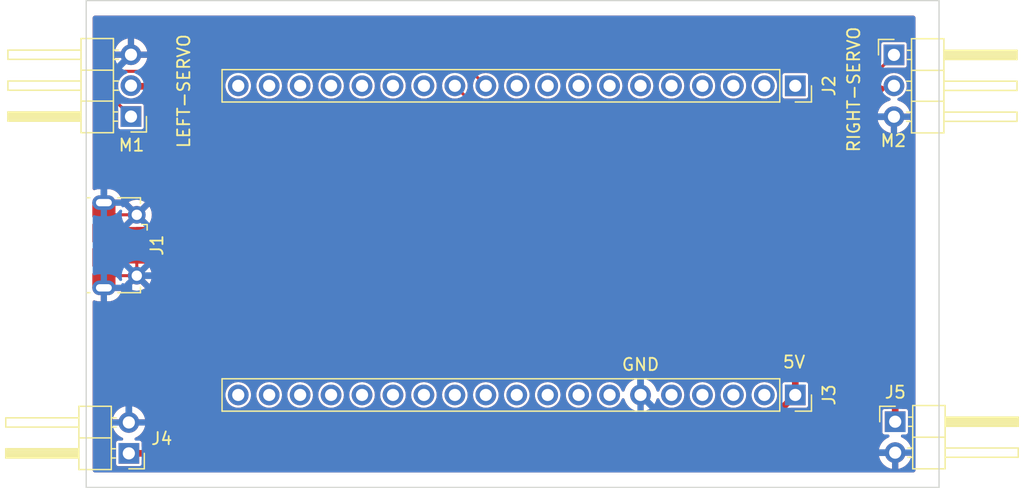
<source format=kicad_pcb>
(kicad_pcb (version 20211014) (generator pcbnew)
  (layers (0 "F.Cu" signal) (31 "B.Cu" signal) (34 "B.Paste" user) (35 "F.Paste" user) (36 "B.SilkS" user "B.Silkscreen") (37 "F.SilkS" user "F.Silkscreen") (38 "B.Mask" user) (39 "F.Mask" user) (44 "Edge.Cuts" user))
  (net 0 "")
  (net 1 "+5V")
  (net 2 "GND")
  (net 33 "/left")
  (net 34 "/right")
  (footprint "Connector_PinHeader_2.54mm:PinHeader_1x03_P2.54mm_Horizontal" (layer "F.Cu") (at 155.3 112.46)
    (fp_text reference "M2" (at -0.05 7.05) (layer "F.SilkS"))
    (fp_text value "Motor_Servo")
    (fp_line (start 4.1 -0.08) (end 10.1 -0.08) (layer "F.SilkS") (width 0.12))
    (fp_line (start 4.1 -0.2) (end 10.1 -0.2) (layer "F.SilkS") (width 0.12))
    (fp_line (start 4.1 2.16) (end 10.1 2.16) (layer "F.SilkS") (width 0.12))
    (fp_line (start 1.042929 2.16) (end 1.44 2.16) (layer "F.SilkS") (width 0.12))
    (fp_line (start 4.1 6.41) (end 4.1 -1.33) (layer "F.SilkS") (width 0.12))
    (fp_line (start -1.27 -1.27) (end 0 -1.27) (layer "F.SilkS") (width 0.12))
    (fp_line (start 4.1 -0.38) (end 10.1 -0.38) (layer "F.SilkS") (width 0.12))
    (fp_line (start 1.44 1.27) (end 4.1 1.27) (layer "F.SilkS") (width 0.12))
    (fp_line (start 1.11 -0.38) (end 1.44 -0.38) (layer "F.SilkS") (width 0.12))
    (fp_line (start 1.44 -1.33) (end 1.44 6.41) (layer "F.SilkS") (width 0.12))
    (fp_line (start 4.1 -1.33) (end 1.44 -1.33) (layer "F.SilkS") (width 0.12))
    (fp_line (start 1.44 3.81) (end 4.1 3.81) (layer "F.SilkS") (width 0.12))
    (fp_line (start 10.1 -0.38) (end 10.1 0.38) (layer "F.SilkS") (width 0.12))
    (fp_line (start 1.11 0.38) (end 1.44 0.38) (layer "F.SilkS") (width 0.12))
    (fp_line (start 4.1 -0.32) (end 10.1 -0.32) (layer "F.SilkS") (width 0.12))
    (fp_line (start 1.042929 4.7) (end 1.44 4.7) (layer "F.SilkS") (width 0.12))
    (fp_line (start -1.27 0) (end -1.27 -1.27) (layer "F.SilkS") (width 0.12))
    (fp_line (start 1.44 6.41) (end 4.1 6.41) (layer "F.SilkS") (width 0.12))
    (fp_line (start 1.042929 5.46) (end 1.44 5.46) (layer "F.SilkS") (width 0.12))
    (fp_line (start 10.1 5.46) (end 4.1 5.46) (layer "F.SilkS") (width 0.12))
    (fp_line (start 4.1 0.28) (end 10.1 0.28) (layer "F.SilkS") (width 0.12))
    (fp_line (start 10.1 4.7) (end 10.1 5.46) (layer "F.SilkS") (width 0.12))
    (fp_line (start 4.1 0.04) (end 10.1 0.04) (layer "F.SilkS") (width 0.12))
    (fp_line (start 10.1 0.38) (end 4.1 0.38) (layer "F.SilkS") (width 0.12))
    (fp_line (start 4.1 4.7) (end 10.1 4.7) (layer "F.SilkS") (width 0.12))
    (fp_line (start 4.1 0.16) (end 10.1 0.16) (layer "F.SilkS") (width 0.12))
    (fp_line (start 1.042929 2.92) (end 1.44 2.92) (layer "F.SilkS") (width 0.12))
    (fp_line (start 10.1 2.16) (end 10.1 2.92) (layer "F.SilkS") (width 0.12))
    (fp_line (start 10.1 2.92) (end 4.1 2.92) (layer "F.SilkS") (width 0.12))
    (pad "1" thru_hole rect (at 0 0) (size 1.7 1.7) (drill 1) (layers *.Cu *.Mask) (net 34 "/right"))
    (pad "2" thru_hole oval (at 0 2.54) (size 1.7 1.7) (drill 1) (layers *.Cu *.Mask) (net 1 "+5V"))
    (pad "3" thru_hole oval (at 0 5.08) (size 1.7 1.7) (drill 1) (layers *.Cu *.Mask) (net 2 "GND"))
  )
  (footprint "Connector_PinSocket_2.54mm:PinSocket_1x19_P2.54mm_Vertical" (layer "F.Cu") (at 147.2 115 -90)
    (fp_text reference "J2" (at 0 -2.77 90) (layer "F.SilkS"))
    (fp_text value "Conn_01x19_Female")
    (fp_line (start 1.33 1.27) (end 1.33 47.05) (layer "F.SilkS") (width 0.12))
    (fp_line (start -1.33 1.27) (end 1.33 1.27) (layer "F.SilkS") (width 0.12))
    (fp_line (start -1.33 1.27) (end -1.33 47.05) (layer "F.SilkS") (width 0.12))
    (fp_line (start 0 -1.33) (end 1.33 -1.33) (layer "F.SilkS") (width 0.12))
    (fp_line (start 1.33 -1.33) (end 1.33 0) (layer "F.SilkS") (width 0.12))
    (fp_line (start -1.33 47.05) (end 1.33 47.05) (layer "F.SilkS") (width 0.12))
    (pad "1" thru_hole rect (at 0 0 270) (size 1.7 1.7) (drill 1) (layers *.Cu *.Mask))
    (pad "2" thru_hole oval (at 0 2.54 270) (size 1.7 1.7) (drill 1) (layers *.Cu *.Mask))
    (pad "3" thru_hole oval (at 0 5.08 270) (size 1.7 1.7) (drill 1) (layers *.Cu *.Mask))
    (pad "4" thru_hole oval (at 0 7.62 270) (size 1.7 1.7) (drill 1) (layers *.Cu *.Mask))
    (pad "5" thru_hole oval (at 0 10.16 270) (size 1.7 1.7) (drill 1) (layers *.Cu *.Mask))
    (pad "6" thru_hole oval (at 0 12.7 270) (size 1.7 1.7) (drill 1) (layers *.Cu *.Mask))
    (pad "7" thru_hole oval (at 0 15.24 270) (size 1.7 1.7) (drill 1) (layers *.Cu *.Mask))
    (pad "8" thru_hole oval (at 0 17.78 270) (size 1.7 1.7) (drill 1) (layers *.Cu *.Mask))
    (pad "9" thru_hole oval (at 0 20.32 270) (size 1.7 1.7) (drill 1) (layers *.Cu *.Mask))
    (pad "10" thru_hole oval (at 0 22.86 270) (size 1.7 1.7) (drill 1) (layers *.Cu *.Mask))
    (pad "11" thru_hole oval (at 0 25.4 270) (size 1.7 1.7) (drill 1) (layers *.Cu *.Mask) (net 33 "/left"))
    (pad "12" thru_hole oval (at 0 27.94 270) (size 1.7 1.7) (drill 1) (layers *.Cu *.Mask) (net 34 "/right"))
    (pad "13" thru_hole oval (at 0 30.48 270) (size 1.7 1.7) (drill 1) (layers *.Cu *.Mask))
    (pad "14" thru_hole oval (at 0 33.02 270) (size 1.7 1.7) (drill 1) (layers *.Cu *.Mask))
    (pad "15" thru_hole oval (at 0 35.56 270) (size 1.7 1.7) (drill 1) (layers *.Cu *.Mask))
    (pad "16" thru_hole oval (at 0 38.1 270) (size 1.7 1.7) (drill 1) (layers *.Cu *.Mask))
    (pad "17" thru_hole oval (at 0 40.64 270) (size 1.7 1.7) (drill 1) (layers *.Cu *.Mask))
    (pad "18" thru_hole oval (at 0 43.18 270) (size 1.7 1.7) (drill 1) (layers *.Cu *.Mask))
    (pad "19" thru_hole oval (at 0 45.72 270) (size 1.7 1.7) (drill 1) (layers *.Cu *.Mask))
  )
  (footprint "Connector_PinHeader_2.54mm:PinHeader_1x02_P2.54mm_Horizontal" (layer "F.Cu") (at 92.5 145.2 180)
    (fp_text reference "J4" (at -2.7 1.21) (layer "F.SilkS"))
    (fp_text value "Conn_01x02_Female")
    (fp_line (start 4.1 3.87) (end 4.1 -1.33) (layer "F.SilkS") (width 0.12))
    (fp_line (start -1.27 0) (end -1.27 -1.27) (layer "F.SilkS") (width 0.12))
    (fp_line (start 10.1 2.92) (end 4.1 2.92) (layer "F.SilkS") (width 0.12))
    (fp_line (start 4.1 -0.32) (end 10.1 -0.32) (layer "F.SilkS") (width 0.12))
    (fp_line (start 4.1 -0.08) (end 10.1 -0.08) (layer "F.SilkS") (width 0.12))
    (fp_line (start 1.042929 2.92) (end 1.44 2.92) (layer "F.SilkS") (width 0.12))
    (fp_line (start 4.1 0.16) (end 10.1 0.16) (layer "F.SilkS") (width 0.12))
    (fp_line (start 4.1 -1.33) (end 1.44 -1.33) (layer "F.SilkS") (width 0.12))
    (fp_line (start 1.44 3.87) (end 4.1 3.87) (layer "F.SilkS") (width 0.12))
    (fp_line (start 10.1 0.38) (end 4.1 0.38) (layer "F.SilkS") (width 0.12))
    (fp_line (start 4.1 2.16) (end 10.1 2.16) (layer "F.SilkS") (width 0.12))
    (fp_line (start 4.1 0.04) (end 10.1 0.04) (layer "F.SilkS") (width 0.12))
    (fp_line (start 4.1 0.28) (end 10.1 0.28) (layer "F.SilkS") (width 0.12))
    (fp_line (start 10.1 -0.38) (end 10.1 0.38) (layer "F.SilkS") (width 0.12))
    (fp_line (start 1.11 0.38) (end 1.44 0.38) (layer "F.SilkS") (width 0.12))
    (fp_line (start 1.042929 2.16) (end 1.44 2.16) (layer "F.SilkS") (width 0.12))
    (fp_line (start 1.44 -1.33) (end 1.44 3.87) (layer "F.SilkS") (width 0.12))
    (fp_line (start 10.1 2.16) (end 10.1 2.92) (layer "F.SilkS") (width 0.12))
    (fp_line (start -1.27 -1.27) (end 0 -1.27) (layer "F.SilkS") (width 0.12))
    (fp_line (start 1.44 1.27) (end 4.1 1.27) (layer "F.SilkS") (width 0.12))
    (fp_line (start 4.1 -0.2) (end 10.1 -0.2) (layer "F.SilkS") (width 0.12))
    (fp_line (start 1.11 -0.38) (end 1.44 -0.38) (layer "F.SilkS") (width 0.12))
    (fp_line (start 4.1 -0.38) (end 10.1 -0.38) (layer "F.SilkS") (width 0.12))
    (pad "1" thru_hole rect (at 0 0 180) (size 1.7 1.7) (drill 1) (layers *.Cu *.Mask) (net 1 "+5V"))
    (pad "2" thru_hole oval (at 0 2.54 180) (size 1.7 1.7) (drill 1) (layers *.Cu *.Mask) (net 2 "GND"))
  )
  (footprint "Connector_USB:USB_Micro-B_Molex-105017-0001" (layer "F.Cu") (at 91.69 128.1 -90)
    (fp_text reference "J1" (at 0 -3.1125 90) (layer "F.SilkS"))
    (fp_text value "USB_B_Micro")
    (fp_line (start 3.9 -1.7625) (end 3.45 -1.7625) (layer "F.SilkS") (width 0.12))
    (fp_line (start -1.7 -2.3125) (end -1.7 -1.8625) (layer "F.SilkS") (width 0.12))
    (fp_line (start 3.9 2.6375) (end 3.9 2.3875) (layer "F.SilkS") (width 0.12))
    (fp_line (start -1.7 -2.3125) (end -1.25 -2.3125) (layer "F.SilkS") (width 0.12))
    (fp_line (start -3.9 0.0875) (end -3.9 -1.7625) (layer "F.SilkS") (width 0.12))
    (fp_line (start 3.9 0.0875) (end 3.9 -1.7625) (layer "F.SilkS") (width 0.12))
    (fp_line (start -3.9 2.6375) (end -3.9 2.3875) (layer "F.SilkS") (width 0.12))
    (fp_line (start -3.9 -1.7625) (end -3.45 -1.7625) (layer "F.SilkS") (width 0.12))
    (pad "1" smd rect (at -1.3 -1.4625 270) (size 0.4 1.35) (layers "F.Cu" "F.Paste" "F.Mask") (net 1 "+5V"))
    (pad "2" smd rect (at -0.65 -1.4625 270) (size 0.4 1.35) (layers "F.Cu" "F.Paste" "F.Mask") (net 2 "GND"))
    (pad "3" smd rect (at 0 -1.4625 270) (size 0.4 1.35) (layers "F.Cu" "F.Paste" "F.Mask") (net 2 "GND"))
    (pad "4" smd rect (at 0.65 -1.4625 270) (size 0.4 1.35) (layers "F.Cu" "F.Paste" "F.Mask") (net 2 "GND"))
    (pad "5" smd rect (at 1.3 -1.4625 270) (size 0.4 1.35) (layers "F.Cu" "F.Paste" "F.Mask") (net 2 "GND"))
    (pad "6" thru_hole circle (at 2.5 -1.4625 270) (size 1.45 1.45) (drill 0.85) (layers *.Cu *.Mask) (net 2 "GND"))
    (pad "6" smd rect (at -1 1.2375 270) (size 1.5 1.9) (layers "F.Cu" "F.Paste" "F.Mask") (net 2 "GND"))
    (pad "6" smd rect (at 2.9 1.2375 270) (size 1.2 1.9) (layers "F.Cu" "F.Mask") (net 2 "GND"))
    (pad "6" thru_hole oval (at 3.5 1.2375 270) (size 1.2 1.9) (drill oval 0.6 1.3) (layers *.Cu *.Mask) (net 2 "GND"))
    (pad "6" thru_hole oval (at -3.5 1.2375 90) (size 1.2 1.9) (drill oval 0.6 1.3) (layers *.Cu *.Mask) (net 2 "GND"))
    (pad "6" thru_hole circle (at -2.5 -1.4625 270) (size 1.45 1.45) (drill 0.85) (layers *.Cu *.Mask) (net 2 "GND"))
    (pad "6" smd rect (at 1 1.2375 270) (size 1.5 1.9) (layers "F.Cu" "F.Paste" "F.Mask") (net 2 "GND"))
    (pad "6" smd rect (at -2.9 1.2375 270) (size 1.2 1.9) (layers "F.Cu" "F.Mask") (net 2 "GND"))
  )
  (footprint "Connector_PinHeader_2.54mm:PinHeader_1x02_P2.54mm_Horizontal" (layer "F.Cu") (at 155.4 142.6)
    (fp_text reference "J5" (at 0.01 -2.42) (layer "F.SilkS"))
    (fp_text value "Conn_01x02_Male")
    (fp_line (start 1.042929 2.16) (end 1.44 2.16) (layer "F.SilkS") (width 0.12))
    (fp_line (start -1.27 -1.27) (end 0 -1.27) (layer "F.SilkS") (width 0.12))
    (fp_line (start 4.1 0.16) (end 10.1 0.16) (layer "F.SilkS") (width 0.12))
    (fp_line (start 1.44 3.87) (end 4.1 3.87) (layer "F.SilkS") (width 0.12))
    (fp_line (start 10.1 0.38) (end 4.1 0.38) (layer "F.SilkS") (width 0.12))
    (fp_line (start 1.11 0.38) (end 1.44 0.38) (layer "F.SilkS") (width 0.12))
    (fp_line (start 4.1 -0.08) (end 10.1 -0.08) (layer "F.SilkS") (width 0.12))
    (fp_line (start 1.042929 2.92) (end 1.44 2.92) (layer "F.SilkS") (width 0.12))
    (fp_line (start 10.1 2.92) (end 4.1 2.92) (layer "F.SilkS") (width 0.12))
    (fp_line (start 4.1 -0.32) (end 10.1 -0.32) (layer "F.SilkS") (width 0.12))
    (fp_line (start 4.1 -0.38) (end 10.1 -0.38) (layer "F.SilkS") (width 0.12))
    (fp_line (start -1.27 0) (end -1.27 -1.27) (layer "F.SilkS") (width 0.12))
    (fp_line (start 10.1 2.16) (end 10.1 2.92) (layer "F.SilkS") (width 0.12))
    (fp_line (start 4.1 -0.2) (end 10.1 -0.2) (layer "F.SilkS") (width 0.12))
    (fp_line (start 4.1 3.87) (end 4.1 -1.33) (layer "F.SilkS") (width 0.12))
    (fp_line (start 1.44 1.27) (end 4.1 1.27) (layer "F.SilkS") (width 0.12))
    (fp_line (start 4.1 0.28) (end 10.1 0.28) (layer "F.SilkS") (width 0.12))
    (fp_line (start 4.1 -1.33) (end 1.44 -1.33) (layer "F.SilkS") (width 0.12))
    (fp_line (start 1.44 -1.33) (end 1.44 3.87) (layer "F.SilkS") (width 0.12))
    (fp_line (start 4.1 0.04) (end 10.1 0.04) (layer "F.SilkS") (width 0.12))
    (fp_line (start 4.1 2.16) (end 10.1 2.16) (layer "F.SilkS") (width 0.12))
    (fp_line (start 10.1 -0.38) (end 10.1 0.38) (layer "F.SilkS") (width 0.12))
    (fp_line (start 1.11 -0.38) (end 1.44 -0.38) (layer "F.SilkS") (width 0.12))
    (pad "1" thru_hole rect (at 0 0) (size 1.7 1.7) (drill 1) (layers *.Cu *.Mask) (net 1 "+5V"))
    (pad "2" thru_hole oval (at 0 2.54) (size 1.7 1.7) (drill 1) (layers *.Cu *.Mask) (net 2 "GND"))
  )
  (footprint "Connector_PinSocket_2.54mm:PinSocket_1x19_P2.54mm_Vertical" (layer "F.Cu") (at 147.2 140.4 -90)
    (fp_text reference "J3" (at 0 -2.77 90) (layer "F.SilkS"))
    (fp_text value "Conn_01x19_Female")
    (fp_line (start 0 -1.33) (end 1.33 -1.33) (layer "F.SilkS") (width 0.12))
    (fp_line (start -1.33 1.27) (end 1.33 1.27) (layer "F.SilkS") (width 0.12))
    (fp_line (start 1.33 -1.33) (end 1.33 0) (layer "F.SilkS") (width 0.12))
    (fp_line (start -1.33 1.27) (end -1.33 47.05) (layer "F.SilkS") (width 0.12))
    (fp_line (start -1.33 47.05) (end 1.33 47.05) (layer "F.SilkS") (width 0.12))
    (fp_line (start 1.33 1.27) (end 1.33 47.05) (layer "F.SilkS") (width 0.12))
    (pad "1" thru_hole rect (at 0 0 270) (size 1.7 1.7) (drill 1) (layers *.Cu *.Mask) (net 1 "+5V"))
    (pad "2" thru_hole oval (at 0 2.54 270) (size 1.7 1.7) (drill 1) (layers *.Cu *.Mask))
    (pad "3" thru_hole oval (at 0 5.08 270) (size 1.7 1.7) (drill 1) (layers *.Cu *.Mask))
    (pad "4" thru_hole oval (at 0 7.62 270) (size 1.7 1.7) (drill 1) (layers *.Cu *.Mask))
    (pad "5" thru_hole oval (at 0 10.16 270) (size 1.7 1.7) (drill 1) (layers *.Cu *.Mask))
    (pad "6" thru_hole oval (at 0 12.7 270) (size 1.7 1.7) (drill 1) (layers *.Cu *.Mask) (net 2 "GND"))
    (pad "7" thru_hole oval (at 0 15.24 270) (size 1.7 1.7) (drill 1) (layers *.Cu *.Mask))
    (pad "8" thru_hole oval (at 0 17.78 270) (size 1.7 1.7) (drill 1) (layers *.Cu *.Mask))
    (pad "9" thru_hole oval (at 0 20.32 270) (size 1.7 1.7) (drill 1) (layers *.Cu *.Mask))
    (pad "10" thru_hole oval (at 0 22.86 270) (size 1.7 1.7) (drill 1) (layers *.Cu *.Mask))
    (pad "11" thru_hole oval (at 0 25.4 270) (size 1.7 1.7) (drill 1) (layers *.Cu *.Mask))
    (pad "12" thru_hole oval (at 0 27.94 270) (size 1.7 1.7) (drill 1) (layers *.Cu *.Mask))
    (pad "13" thru_hole oval (at 0 30.48 270) (size 1.7 1.7) (drill 1) (layers *.Cu *.Mask))
    (pad "14" thru_hole oval (at 0 33.02 270) (size 1.7 1.7) (drill 1) (layers *.Cu *.Mask))
    (pad "15" thru_hole oval (at 0 35.56 270) (size 1.7 1.7) (drill 1) (layers *.Cu *.Mask))
    (pad "16" thru_hole oval (at 0 38.1 270) (size 1.7 1.7) (drill 1) (layers *.Cu *.Mask))
    (pad "17" thru_hole oval (at 0 40.64 270) (size 1.7 1.7) (drill 1) (layers *.Cu *.Mask))
    (pad "18" thru_hole oval (at 0 43.18 270) (size 1.7 1.7) (drill 1) (layers *.Cu *.Mask))
    (pad "19" thru_hole oval (at 0 45.72 270) (size 1.7 1.7) (drill 1) (layers *.Cu *.Mask))
  )
  (footprint "Connector_PinHeader_2.54mm:PinHeader_1x03_P2.54mm_Horizontal" (layer "F.Cu") (at 92.675 117.525 180)
    (fp_text reference "M1" (at -0.045 -2.355) (layer "F.SilkS"))
    (fp_text value "Motor_Servo")
    (fp_line (start 4.1 -0.38) (end 10.1 -0.38) (layer "F.SilkS") (width 0.12))
    (fp_line (start 4.1 -0.08) (end 10.1 -0.08) (layer "F.SilkS") (width 0.12))
    (fp_line (start 1.44 -1.33) (end 1.44 6.41) (layer "F.SilkS") (width 0.12))
    (fp_line (start 10.1 2.16) (end 10.1 2.92) (layer "F.SilkS") (width 0.12))
    (fp_line (start 4.1 6.41) (end 4.1 -1.33) (layer "F.SilkS") (width 0.12))
    (fp_line (start 10.1 0.38) (end 4.1 0.38) (layer "F.SilkS") (width 0.12))
    (fp_line (start 10.1 -0.38) (end 10.1 0.38) (layer "F.SilkS") (width 0.12))
    (fp_line (start -1.27 0) (end -1.27 -1.27) (layer "F.SilkS") (width 0.12))
    (fp_line (start 1.042929 4.7) (end 1.44 4.7) (layer "F.SilkS") (width 0.12))
    (fp_line (start -1.27 -1.27) (end 0 -1.27) (layer "F.SilkS") (width 0.12))
    (fp_line (start 1.44 3.81) (end 4.1 3.81) (layer "F.SilkS") (width 0.12))
    (fp_line (start 4.1 -0.32) (end 10.1 -0.32) (layer "F.SilkS") (width 0.12))
    (fp_line (start 1.042929 2.92) (end 1.44 2.92) (layer "F.SilkS") (width 0.12))
    (fp_line (start 1.042929 5.46) (end 1.44 5.46) (layer "F.SilkS") (width 0.12))
    (fp_line (start 4.1 2.16) (end 10.1 2.16) (layer "F.SilkS") (width 0.12))
    (fp_line (start 1.042929 2.16) (end 1.44 2.16) (layer "F.SilkS") (width 0.12))
    (fp_line (start 1.11 0.38) (end 1.44 0.38) (layer "F.SilkS") (width 0.12))
    (fp_line (start 1.11 -0.38) (end 1.44 -0.38) (layer "F.SilkS") (width 0.12))
    (fp_line (start 10.1 2.92) (end 4.1 2.92) (layer "F.SilkS") (width 0.12))
    (fp_line (start 4.1 -1.33) (end 1.44 -1.33) (layer "F.SilkS") (width 0.12))
    (fp_line (start 4.1 0.16) (end 10.1 0.16) (layer "F.SilkS") (width 0.12))
    (fp_line (start 1.44 1.27) (end 4.1 1.27) (layer "F.SilkS") (width 0.12))
    (fp_line (start 4.1 -0.2) (end 10.1 -0.2) (layer "F.SilkS") (width 0.12))
    (fp_line (start 4.1 4.7) (end 10.1 4.7) (layer "F.SilkS") (width 0.12))
    (fp_line (start 10.1 5.46) (end 4.1 5.46) (layer "F.SilkS") (width 0.12))
    (fp_line (start 10.1 4.7) (end 10.1 5.46) (layer "F.SilkS") (width 0.12))
    (fp_line (start 4.1 0.04) (end 10.1 0.04) (layer "F.SilkS") (width 0.12))
    (fp_line (start 4.1 0.28) (end 10.1 0.28) (layer "F.SilkS") (width 0.12))
    (fp_line (start 1.44 6.41) (end 4.1 6.41) (layer "F.SilkS") (width 0.12))
    (pad "1" thru_hole rect (at 0 0 180) (size 1.7 1.7) (drill 1) (layers *.Cu *.Mask) (net 33 "/left"))
    (pad "2" thru_hole oval (at 0 2.54 180) (size 1.7 1.7) (drill 1) (layers *.Cu *.Mask) (net 1 "+5V"))
    (pad "3" thru_hole oval (at 0 5.08 180) (size 1.7 1.7) (drill 1) (layers *.Cu *.Mask) (net 2 "GND"))
  )
  (gr_line (start 89 108) (end 159 108) (layer "Edge.Cuts") (width 0.1))
  (gr_line (start 159 148) (end 89 148) (layer "Edge.Cuts") (width 0.1))
  (gr_line (start 89 148) (end 89 108) (layer "Edge.Cuts") (width 0.1))
  (gr_line (start 159 108) (end 159 148) (layer "Edge.Cuts") (width 0.1))
  (gr_text "GND" (at 134.5 137.9) (layer "F.SilkS") (effects (font (size 1 1))))
  (gr_text "LEFT-SERVO" (at 97.01 115.44 90) (layer "F.SilkS") (effects (font (size 1 1))))
  (gr_text "RIGHT-SERVO" (at 152 115.3 90) (layer "F.SilkS") (effects (font (size 1 1))))
  (gr_text "5V" (at 147.1 137.7) (layer "F.SilkS") (effects (font (size 1 1))))
  (segment (start 148.07 132.33) (end 147.2 133.2) (width 0.55) (layer "F.Cu") (net 1))
  (segment (start 155.4 139.66) (end 155.4 142.6) (width 0.55) (layer "F.Cu") (net 1))
  (segment (start 142.62 126.88) (end 154.25 115.25) (width 0.55) (layer "F.Cu") (net 1))
  (segment (start 98.06 115.04) (end 92.775 115.04) (width 0.55) (layer "F.Cu") (net 1))
  (segment (start 154.25 115.25) (end 155.05 115.25) (width 0.25) (layer "F.Cu") (net 1))
  (segment (start 97.95 126.8) (end 93.1525 126.8) (width 0.4) (layer "F.Cu") (net 1))
  (segment (start 142.4 145.2) (end 147.2 140.4) (width 0.55) (layer "F.Cu") (net 1))
  (segment (start 155.05 115.25) (end 155.3 115) (width 0.25) (layer "F.Cu") (net 1))
  (segment (start 142.62 126.8) (end 97.95 126.8) (width 0.4) (layer "F.Cu") (net 1))
  (segment (start 98.1 115) (end 98.06 115.04) (width 0.25) (layer "F.Cu") (net 1))
  (segment (start 148.07 132.33) (end 155.4 139.66) (width 0.55) (layer "F.Cu") (net 1))
  (segment (start 92.5 145.2) (end 142.4 145.2) (width 0.55) (layer "F.Cu") (net 1))
  (segment (start 147.2 133.2) (end 147.2 140.4) (width 0.55) (layer "F.Cu") (net 1))
  (segment (start 142.62 126.88) (end 148.07 132.33) (width 0.55) (layer "F.Cu") (net 1))
  (segment (start 98.1 126.8) (end 98.1 115) (width 0.55) (layer "F.Cu") (net 1))
  (segment (start 90.4525 125.2) (end 90.4525 131) (width 0.25) (layer "F.Cu") (net 2))
  (segment (start 93.1525 130.6) (end 90.8525 130.6) (width 0.25) (layer "F.Cu") (net 2))
  (segment (start 90.8525 125.6) (end 90.4525 125.2) (width 0.25) (layer "F.Cu") (net 2))
  (segment (start 90.8525 130.6) (end 90.4525 131) (width 0.25) (layer "F.Cu") (net 2))
  (segment (start 93.1525 127.45) (end 93.1525 130.6) (width 0.25) (layer "F.Cu") (net 2))
  (segment (start 93.1525 125.6) (end 90.8525 125.6) (width 0.25) (layer "F.Cu") (net 2))
  (segment (start 93.1525 130.6) (end 134.4 130.6) (width 0.55) (layer "B.Cu") (net 2))
  (segment (start 92.5 131.2525) (end 93.1525 130.6) (width 0.25) (layer "B.Cu") (net 2))
  (segment (start 136.84 117.54) (end 134.5 119.88) (width 0.55) (layer "B.Cu") (net 2))
  (segment (start 136.84 117.54) (end 155.3 117.54) (width 0.55) (layer "B.Cu") (net 2))
  (segment (start 90.4525 114.6675) (end 92.675 112.445) (width 0.55) (layer "B.Cu") (net 2))
  (segment (start 134.4 130.6) (end 134.5 130.7) (width 0.25) (layer "B.Cu") (net 2))
  (segment (start 139.24 145.14) (end 134.5 140.4) (width 0.55) (layer "B.Cu") (net 2))
  (segment (start 92.5 142.66) (end 92.5 131.2525) (width 0.55) (layer "B.Cu") (net 2))
  (segment (start 155.4 145.14) (end 139.24 145.14) (width 0.55) (layer "B.Cu") (net 2))
  (segment (start 134.5 119.88) (end 134.5 131) (width 0.55) (layer "B.Cu") (net 2))
  (segment (start 134.5 131) (end 134.5 140.4) (width 0.55) (layer "B.Cu") (net 2))
  (segment (start 90.4525 124.6) (end 90.4525 114.6675) (width 0.55) (layer "B.Cu") (net 2))
  (segment (start 134.5 130.7) (end 134.5 131) (width 0.25) (layer "B.Cu") (net 2))
  (segment (start 92.675 117.525) (end 91.5 116.35) (width 0.25) (layer "F.Cu") (net 33))
  (segment (start 91.5 114.498299) (end 92.188299 113.81) (width 0.25) (layer "F.Cu") (net 33))
  (segment (start 92.188299 113.81) (end 120.61 113.81) (width 0.25) (layer "F.Cu") (net 33))
  (segment (start 91.5 116.35) (end 91.5 114.498299) (width 0.25) (layer "F.Cu") (net 33))
  (segment (start 120.61 113.81) (end 121.8 115) (width 0.25) (layer "F.Cu") (net 33))
  (segment (start 120.896443 116.636443) (end 119.26 115) (width 0.25) (layer "F.Cu") (net 34))
  (segment (start 155.3 112.46) (end 151.123557 116.636443) (width 0.25) (layer "F.Cu") (net 34))
  (segment (start 151.123557 116.636443) (end 120.896443 116.636443) (width 0.25) (layer "F.Cu") (net 34))
  (zone (net 2) (net_name "GND") (layer "F.Cu") (connect_pads (clearance 0.15)) (min_thickness 0.254) (fill yes (thermal_gap 0.508) (thermal_bridge_width 0.508) (smoothing fillet) (radius 1))
    (polygon (pts (xy 157.3 147) (xy 89.3 147) (xy 89.3 109) (xy 157.3 109)))
  )
  (zone (net 2) (net_name "GND") (layer "B.Cu") (connect_pads (clearance 0.158)) (min_thickness 0.254) (fill yes (thermal_gap 0.508) (thermal_bridge_width 0.508) (smoothing fillet) (radius 1))
    (polygon (pts (xy 157.3 147) (xy 89.3 147) (xy 89.3 109) (xy 157.3 109)))
  )
)
</source>
